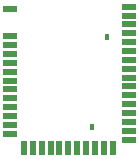
<source format=gtp>
G04 Layer: TopPasteMaskLayer*
G04 EasyEDA v6.5.42, 2024-05-28 01:04:16*
G04 864da046108442dba22ddf06c26b1ed7,510c7b70758e4c7f89447156c1b3190b,10*
G04 Gerber Generator version 0.2*
G04 Scale: 100 percent, Rotated: No, Reflected: No *
G04 Dimensions in millimeters *
G04 leading zeros omitted , absolute positions ,4 integer and 5 decimal *
%FSLAX45Y45*%
%MOMM*%

%ADD10R,1.1999X0.4999*%
%ADD11R,0.4999X1.1999*%
%ADD12R,0.4001X0.5999*%

%LPD*%
D10*
G01*
X699998Y9379991D03*
G01*
X699998Y9147479D03*
G01*
X699998Y9072473D03*
G01*
X699998Y8997492D03*
G01*
X699998Y8922486D03*
G01*
X699998Y8847480D03*
G01*
X699998Y8772474D03*
G01*
X699998Y8697493D03*
G01*
X699998Y8622487D03*
G01*
X699998Y8547480D03*
G01*
X699998Y8472474D03*
G01*
X699998Y8397494D03*
G01*
X699998Y8322487D03*
D11*
G01*
X815009Y8199983D03*
G01*
X889990Y8199983D03*
G01*
X964996Y8199983D03*
G01*
X1040003Y8199983D03*
G01*
X1115009Y8199983D03*
G01*
X1189989Y8199983D03*
G01*
X1264996Y8199983D03*
G01*
X1340002Y8199983D03*
G01*
X1415008Y8199983D03*
G01*
X1489989Y8199983D03*
G01*
X1564995Y8199983D03*
D10*
G01*
X1699996Y8272475D03*
G01*
X1699996Y8347481D03*
G01*
X1699996Y8422487D03*
G01*
X1699996Y8497493D03*
G01*
X1699996Y8572474D03*
G01*
X1699996Y8647480D03*
G01*
X1699996Y8722487D03*
G01*
X1699996Y8797493D03*
G01*
X1699996Y8872474D03*
G01*
X1699996Y8947480D03*
G01*
X1699996Y9022486D03*
G01*
X1699996Y9097492D03*
G01*
X1699996Y9172473D03*
G01*
X1699996Y9247479D03*
G01*
X1699996Y9322485D03*
G01*
X1699996Y9397492D03*
D12*
G01*
X1519986Y9144990D03*
G01*
X1389989Y8374989D03*
M02*

</source>
